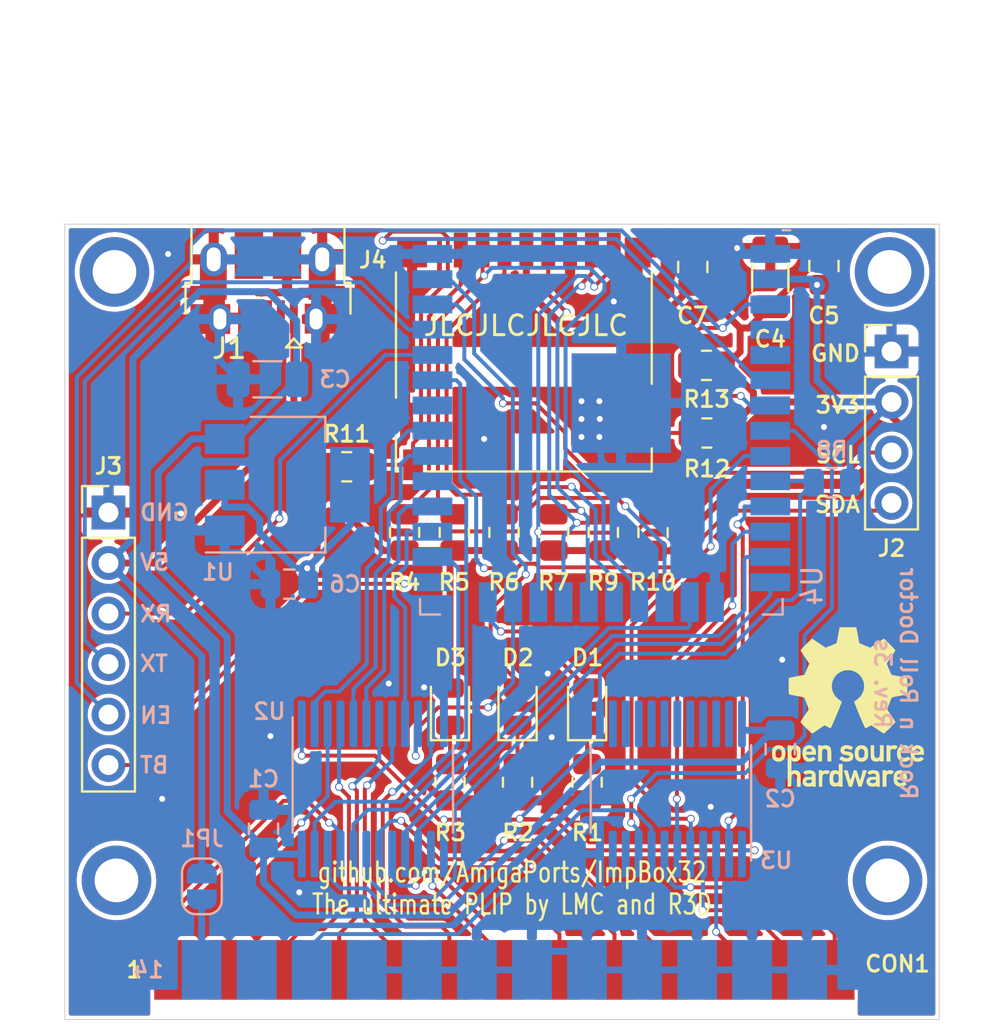
<source format=kicad_pcb>
(kicad_pcb (version 20211014) (generator pcbnew)
  (title_block (title "ImpBox32") (rev "1") (company "KaiN"))
  (layers (0 "F.Cu" signal) (31 "B.Cu" signal) (34 "B.Paste" user) (35 "F.Paste" user) (36 "B.SilkS" user "B.Silkscreen") (37 "F.SilkS" user "F.Silkscreen") (38 "B.Mask" user) (39 "F.Mask" user) (44 "Edge.Cuts" user))
  (net 0 "")
  (net 1 "+5V")
  (net 2 "GND")
  (net 3 "+3V3")
  (net 4 "Net-(CON1-Pad1)")
  (net 5 "Net-(CON1-Pad2)")
  (net 6 "Net-(CON1-Pad3)")
  (net 7 "Net-(CON1-Pad4)")
  (net 8 "Net-(CON1-Pad5)")
  (net 9 "Net-(CON1-Pad6)")
  (net 10 "Net-(CON1-Pad7)")
  (net 11 "Net-(CON1-Pad8)")
  (net 12 "Net-(CON1-Pad9)")
  (net 13 "Net-(CON1-Pad10)")
  (net 14 "Net-(CON1-Pad11)")
  (net 15 "Net-(CON1-Pad12)")
  (net 16 "Net-(CON1-Pad13)")
  (net 17 "AMI_5V")
  (net 19 "Net-(CON1-Pad16)")
  (net 20 "Net-(D1-Pad1)")
  (net 21 "LED_STATUS")
  (net 22 "Net-(D2-Pad1)")
  (net 23 "LED_STATUS2")
  (net 24 "Net-(D3-Pad1)")
  (net 28 "I2C_SCL")
  (net 29 "I2C_SDA")
  (net 30 "ESP_PRG_RX")
  (net 31 "ESP_PRG_TX")
  (net 32 "ESP_EN")
  (net 33 "ESP_BOOT")
  (net 34 "SD_D1")
  (net 35 "~{SD_DETECT2}")
  (net 36 "SD_D0")
  (net 37 "SD_CLK")
  (net 38 "SD_CMD")
  (net 39 "SD_D3")
  (net 40 "SD_D2")
  (net 41 "~{SD_DETECT1}")
  (net 42 "~{IO_EN}")
  (net 43 "D0")
  (net 44 "D1")
  (net 45 "D2")
  (net 46 "D3")
  (net 47 "D4")
  (net 48 "D5")
  (net 49 "D6")
  (net 50 "D7")
  (net 51 "~{STROBE}")
  (net 52 "~{ACK}")
  (net 53 "~{AMI_RESET}")
  (net 54 "SEL")
  (net 55 "POUT")
  (net 56 "BUSY")
  (footprint "Connector_PinHeader_2.54mm:PinHeader_1x04_P2.54mm_Vertical" (layer "F.Cu") (at 123.1 131.3)
    (fp_text reference "J2")
    (fp_text value "Conn_01x04_Male")
  )
  (footprint "Resistor_SMD:R_0805_2012Metric" (layer "F.Cu") (at 113.7875 132 180)
    (fp_text reference "R13")
    (fp_text value "10k")
  )
  (footprint "Resistor_SMD:R_0805_2012Metric" (layer "F.Cu") (at 106.1 140.4 90)
    (fp_text reference "R7")
    (fp_text value "10k")
  )
  (footprint "Resistor_SMD:R_0805_2012Metric" (layer "F.Cu") (at 108.6 140.4 90)
    (fp_text reference "R9")
    (fp_text value "10k")
  )
  (footprint "Resistor_SMD:R_0805_2012Metric" (layer "F.Cu") (at 104.2832 152.9639 -90)
    (fp_text reference "R2")
    (fp_text value "10k")
  )
  (footprint "Resistor_SMD:R_0805_2012Metric" (layer "F.Cu") (at 107.7832 152.9639 -90)
    (fp_text reference "R1")
    (fp_text value "10k")
  )
  (footprint "Resistor_SMD:R_0805_2012Metric" (layer "F.Cu") (at 98.6 140.4 90)
    (fp_text reference "R4")
    (fp_text value "10k")
  )
  (footprint "Resistor_SMD:R_0805_2012Metric" (layer "F.Cu") (at 100.8832 152.9639 -90)
    (fp_text reference "R3")
    (fp_text value "10k")
  )
  (footprint "Resistor_SMD:R_0805_2012Metric" (layer "F.Cu") (at 113.8125 135.4 180)
    (fp_text reference "R12")
    (fp_text value "10k")
  )
  (footprint "Resistor_SMD:R_0805_2012Metric" (layer "F.Cu") (at 95.6875 137.1)
    (fp_text reference "R11")
    (fp_text value "10k")
  )
  (footprint "Connector_PinHeader_2.54mm:PinHeader_1x06_P2.54mm_Vertical" (layer "F.Cu") (at 83.7 139.4)
    (fp_text reference "J3")
    (fp_text value "Conn_01x06_Male")
  )
  (footprint "plipesp:USB_Micro-B_Amphenol_10103594-0001LF_Horizontal" (layer "F.Cu") (at 91.7 127.785 180)
    (fp_text reference "J1")
    (fp_text value "USB_B_Micro")
  )
  (footprint "LED_SMD:LED_0805_2012Metric" (layer "F.Cu") (at 100.8832 149.1639 90)
    (fp_text reference "D3")
    (fp_text value "POWER")
  )
  (footprint "Resistor_SMD:R_0805_2012Metric" (layer "F.Cu") (at 103.6 140.4 90)
    (fp_text reference "R6")
    (fp_text value "10k")
  )
  (footprint "Resistor_SMD:R_0805_2012Metric" (layer "F.Cu") (at 111.1 140.4125 90)
    (fp_text reference "R10")
    (fp_text value "10k")
  )
  (footprint "Resistor_SMD:R_0805_2012Metric" (layer "F.Cu") (at 101.1 140.4 90)
    (fp_text reference "R5")
    (fp_text value "10k")
  )
  (footprint "LED_SMD:LED_0805_2012Metric" (layer "F.Cu") (at 104.2832 149.1639 90)
    (fp_text reference "D2")
    (fp_text value "STATUS2")
  )
  (footprint "Connector_Card:microSD_HC_Hirose_DM3D-SF" (layer "F.Cu") (at 104.6 131.55 180)
    (fp_text reference "J4")
    (fp_text value "Micro_SD_Card_Det")
  )
  (footprint "plipesp:d-sub25_edge" (layer "F.Cu") (at 87 162.4)
    (fp_text reference "CON1")
    (fp_text value "IEEEE-1284A")
  )
  (footprint "Capacitor_SMD:C_1206_3216Metric" (layer "F.Cu") (at 117 127.575 90)
    (fp_text reference "C4")
    (fp_text value "22uF")
  )
  (footprint "LED_SMD:LED_0805_2012Metric" (layer "F.Cu") (at 107.7832 149.1639 90)
    (fp_text reference "D1")
    (fp_text value "STATUS")
  )
  (footprint "Capacitor_SMD:C_0805_2012Metric" (layer "F.Cu") (at 113.1 127.05 90)
    (fp_text reference "C7")
    (fp_text value "100nF")
  )
  (footprint "Capacitor_SMD:C_0805_2012Metric" (layer "F.Cu") (at 119.7 127 90)
    (fp_text reference "C5")
    (fp_text value "100nF")
  )
  (footprint "plipesp:mounting_hole" (layer "F.Cu") (at 122.9 157.9)
    (fp_text reference "REF3" hide)
    (fp_text value "mounting_hole")
  )
  (footprint "plipesp:mounting_hole" (layer "F.Cu") (at 84.1 157.9)
    (fp_text reference "REF2" hide)
    (fp_text value "mounting_hole")
  )
  (footprint "plipesp:mounting_hole" (layer "F.Cu") (at 84 127.3)
    (fp_text reference "REF1" hide)
    (fp_text value "mounting_hole")
  )
  (footprint "Symbol:OSHW-Logo_7.5x8mm_SilkScreen" (layer "F.Cu") (at 120.9 149.173177)
    (fp_text reference "REF**" hide)
    (fp_text value "OSHW-Logo_7.5x8mm_SilkScreen" hide)
  )
  (footprint "plipesp:mounting_hole" (layer "F.Cu") (at 123 127.3)
    (fp_text reference "REF4" hide)
    (fp_text value "mounting_hole")
  )
  (footprint "plipesp:SO-universal-24_P0.65mm" (layer "B.Cu") (at 97 153.3 -90)
    (fp_text reference "U2")
    (fp_text value "CBTD3384")
  )
  (footprint "Package_TO_SOT_SMD:SOT-223-3_TabPin2" (layer "B.Cu") (at 92.7 138)
    (fp_text reference "U1")
    (fp_text value "AMS1117-3.3")
  )
  (footprint "plipesp:ESP32-WROOM-32" (layer "B.Cu") (at 108.5 134.65 180)
    (fp_text reference "U4")
    (fp_text value "ESP32-WROOM-32D")
  )
  (footprint "plipesp:SO-universal-24_P0.65mm" (layer "B.Cu") (at 112 153.3 90)
    (fp_text reference "U3")
    (fp_text value "CBTD3384")
  )
  (footprint "Jumper:SolderJumper-2_P1.3mm_Open_RoundedPad1.0x1.5mm" (layer "B.Cu") (at 88.4 158.2 90)
    (fp_text reference "JP1")
    (fp_text value "5V_HACK")
  )
  (footprint "Resistor_SMD:R_0805_2012Metric" (layer "B.Cu") (at 120.1 137.9 180)
    (fp_text reference "R8")
    (fp_text value "10k")
  )
  (footprint "Capacitor_SMD:C_0805_2012Metric" (layer "B.Cu") (at 117.5 151.3 -90)
    (fp_text reference "C2")
    (fp_text value "100nF")
  )
  (footprint "Capacitor_SMD:C_0805_2012Metric" (layer "B.Cu") (at 92.8 143 180)
    (fp_text reference "C6")
    (fp_text value "100nF")
  )
  (footprint "Capacitor_SMD:C_1206_3216Metric" (layer "B.Cu") (at 91.7 132.7 180)
    (fp_text reference "C3")
    (fp_text value "22uF")
  )
  (footprint "Capacitor_SMD:C_0805_2012Metric" (layer "B.Cu") (at 91.5 155.3 90)
    (fp_text reference "C1")
    (fp_text value "100nF")
  )
  (gr_line (start 81.5 164.9) (end 125.5 164.9) (layer "Edge.Cuts") (width 0.05))
  (gr_line (start 125.5 164.9) (end 125.5 124.9) (layer "Edge.Cuts") (width 0.05))
  (gr_line (start 81.5 124.9) (end 81.5 164.9) (layer "Edge.Cuts") (width 0.05))
  (gr_line (start 125.5 124.9) (end 81.5 124.9) (layer "Edge.Cuts") (width 0.05))
  (gr_text "BT" (at 85.2 152.1) (layer "B.SilkS") (effects (font (size 0.8 0.8)) (justify right mirror)))
  (gr_text "5V" (at 85.2 141.9) (layer "B.SilkS") (effects (font (size 0.8 0.8)) (justify right mirror)))
  (gr_text "GND" (at 85.2 139.4) (layer "B.SilkS") (effects (font (size 0.8 0.8)) (justify right mirror)))
  (gr_text "TX" (at 85.2 147) (layer "B.SilkS") (effects (font (size 0.8 0.8)) (justify right mirror)))
  (gr_text "RX" (at 85.2 144.5) (layer "B.SilkS") (effects (font (size 0.8 0.8)) (justify right mirror)))
  (gr_text "EN" (at 85.2 149.6) (layer "B.SilkS") (effects (font (size 0.8 0.8)) (justify right mirror)))
  (gr_text "Rock n Roll Doctor\nRev. 3s" (at 123.3 148 270) (layer "B.SilkS") (effects (font (size 0.8 0.8)) (justify mirror)))
  (gr_text "SDA" (at 121.6 139) (layer "F.SilkS") (effects (font (size 0.8 0.8)) (justify right)))
  (gr_text "github.com/AmigaPorts/ImpBox32\nThe ultimate PLIP by LMC and R3D" (at 104 158.3) (layer "F.SilkS") (effects (font (size 1 0.75) (thickness 0.125))))
  (gr_text "SCL" (at 121.6 136.5) (layer "F.SilkS") (effects (font (size 0.8 0.8)) (justify right)))
  (gr_text "3V3" (at 121.6 134) (layer "F.SilkS") (effects (font (size 0.8 0.8)) (justify right)))
  (gr_text "GND" (at 121.6 131.4) (layer "F.SilkS") (effects (font (size 0.8 0.8)) (justify right)))
  (gr_text "JLCJLCJLCJLC" (at 104.7 130) (layer "F.SilkS") (effects (font (size 1 1))))
  (segment (start 93.025 129.55) (end 93.025 134.88) (width 0.35) (layer "F.Cu") (net 1))
  (segment (start 85.965 141.94) (end 83.7 141.94) (width 0.35) (layer "F.Cu") (net 1))
  (segment (start 93.025 134.88) (end 85.965 141.94) (width 0.35) (layer "F.Cu") (net 1))
  (segment (start 108.4514 151.9486) (end 115.5514 151.9486) (width 0.35) (layer "B.Cu") (net 1))
  (segment (start 89.675 145.675) (end 89.675 154.425) (width 0.35) (layer "B.Cu") (net 1))
  (segment (start 91.709031 128.294031) (end 93.175 129.76) (width 0.35) (layer "B.Cu") (net 1))
  (segment (start 93.1433 159.6433) (end 100.7567 159.6433) (width 0.35) (layer "B.Cu") (net 1))
  (segment (start 100.7567 159.6433) (end 108.4514 151.9486) (width 0.35) (layer "B.Cu") (net 1))
  (segment (start 91.5 156.25) (end 91.5 158) (width 0.35) (layer "B.Cu") (net 1))
  (segment (start 86.2 137.4) (end 86.2 142.2) (width 0.35) (layer "B.Cu") (net 1))
  (segment (start 93.175 132.7) (end 90.175 135.7) (width 0.35) (layer "B.Cu") (net 1))
  (segment (start 88.4 146.64) (end 83.7 141.94) (width 0.35) (layer "B.Cu") (net 1))
  (segment (start 91.5 158) (end 93.1433 159.6433) (width 0.35) (layer "B.Cu") (net 1))
  (segment (start 88.4 157.55) (end 88.4 146.64) (width 0.35) (layer "B.Cu") (net 1))
  (segment (start 93.175 129.76) (end 93.175 132.7) (width 0.35) (layer "B.Cu") (net 1))
  (segment (start 88.290969 128.294031) (end 91.709031 128.294031) (width 0.35) (layer "B.Cu") (net 1))
  (segment (start 87.9 135.7) (end 86.2 137.4) (width 0.35) (layer "B.Cu") (net 1))
  (segment (start 89.675 154.425) (end 91.5 156.25) (width 0.35) (layer "B.Cu") (net 1))
  (segment (start 93.425 156.575) (end 91.825 156.575) (width 0.35) (layer "B.Cu") (net 1))
  (segment (start 83.7 141.94) (end 84.924511 140.715489) (width 0.35) (layer "B.Cu") (net 1))
  (segment (start 115.5514 151.9486) (end 117.15 150.35) (width 0.35) (layer "B.Cu") (net 1))
  (segment (start 86.2 142.2) (end 89.675 145.675) (width 0.35) (layer "B.Cu") (net 1))
  (segment (start 89.55 135.7) (end 87.9 135.7) (width 0.35) (layer "B.Cu") (net 1))
  (segment (start 117.5 150.35) (end 115.575 150.35) (width 0.35) (layer "B.Cu") (net 1))
  (segment (start 84.924511 140.715489) (end 84.924511 131.660489) (width 0.35) (layer "B.Cu") (net 1))
  (segment (start 84.924511 131.660489) (end 88.290969 128.294031) (width 0.35) (layer "B.Cu") (net 1))
  (segment (start 107.6077 155.0725) (end 107.712222 155.177022) (width 0.35) (layer "F.Cu") (net 2))
  (segment (start 97.1275 150.6427) (end 97.2044 150.5658) (width 0.35) (layer "F.Cu") (net 2))
  (segment (start 106.925 128.3094) (end 107.2435 128.6279) (width 0.35) (layer "F.Cu") (net 2))
  (segment (start 94.455 127.785) (end 93.9299 127.785) (width 0.35) (layer "F.Cu") (net 2))
  (segment (start 104.2832 153.8764) (end 107.4322 153.8764) (width 0.35) (layer "F.Cu") (net 2))
  (segment (start 87.3514 139.4458) (end 87.3514 133.8414) (width 0.35) (layer "F.Cu") (net 2))
  (segment (start 93.9299 127.785) (end 94.455 128.3101) (width 0.35) (layer "F.Cu") (net 2))
  (segment (start 108.4197 133.8197) (end 108.4 133.8) (width 0.35) (layer "F.Cu") (net 2))
  (segment (start 91.85 150.6427) (end 97.1275 150.6427) (width 0.35) (layer "F.Cu") (net 2))
  (segment (start 110.325 126.325) (end 110.325 127.4503) (width 0.35) (layer "F.Cu") (net 2))
  (segment (start 107.6077 154.0519) (end 107.6077 155.0725) (width 0.35) (layer "F.Cu") (net 2))
  (segment (start 90.3153 126.4) (end 90.0453 126.67) (width 0.35) (layer "F.Cu") (net 2))
  (segment (start 110.3019 127.4503) (end 110.325 127.4503) (width 0.35) (layer "F.Cu") (net 2))
  (segment (start 98.625 132.3847) (end 98.625 134.575) (width 0.35) (layer "F.Cu") (net 2))
  (segment (start 121.45 129.65) (end 120.79952 128.99952) (width 0.35) (layer "F.Cu") (net 2))
  (segment (start 108.4 133.8) (end 107.5 133.8) (width 0.35) (layer "F.Cu") (net 2))
  (segment (start 109.1869 133.925) (end 110.575 133.925) (width 0.35) (layer "F.Cu") (net 2))
  (segment (start 120.79952 127.14952) (end 119.7 126.05) (width 0.35) (layer "F.Cu") (net 2))
  (segment (start 107.5 133.8) (end 107.5 134.7) (width 0.35) (layer "F.Cu") (net 2))
  (segment (start 90.425 129.55) (end 89.425 129.55) (width 0.35) (layer "F.Cu") (net 2))
  (segment (start 88.825 128.45) (end 88.825 129.67) (width 0.35) (layer "F.Cu") (net 2))
  (segment (start 93.9299 126.67) (end 93.4047 126.67) (width 0.35) (layer "F.Cu") (net 2))
  (segment (start 94.575 129.65) (end 95.8903 129.65) (width 0.35) (layer "F.Cu") (net 2))
  (segment (start 123.1 129.8) (end 122.95 129.65) (width 0.35) (layer "F.Cu") (net 2))
  (segment (start 123.1 131.3) (end 123.1 129.8) (width 0.35) (layer "F.Cu") (net 2))
  (segment (start 106.925 126.2) (end 106.925 128.3094) (width 0.35) (layer "F.Cu") (net 2))
  (segment (start 100.8832 153.8764) (end 104.2832 153.8764) (width 0.35) (layer "F.Cu") (net 2))
  (segment (start 108.4 135.6) (end 108.4197 135.623325) (width 0.35) (layer "F.Cu") (net 2))
  (segment (start 119.65 126.1) (end 117 126.1) (width 0.35) (layer "F.Cu") (net 2))
  (segment (start 113.1 126.1) (end 115.3297 126.1) (width 0.35) (layer "F.Cu") (net 2))
  (segment (start 83.7 139.4) (end 87.3056 139.4) (width 0.35) (layer "F.Cu") (net 2))
  (segment (start 87.3514 133.8414) (end 89.305 131.8878) (width 0.35) (layer "F.Cu") (net 2))
  (segment (start 90.765 126.4) (end 92.685 126.4) (width 0.35) (layer "F.Cu") (net 2))
  (segment (start 94.575 128.45) (end 94.575 129.65) (width 0.35) (layer "F.Cu") (net 2))
  (segment (start 108.4197 134.6922) (end 109.1869 133.925) (width 0.35) (layer "F.Cu") (net 2))
  (segment (start 107.5 134.7) (end 107.5 135.6) (width 0.35) (layer "F.Cu") (net 2))
  (segment (start 108.4197 134.6922) (end 108.4197 135.5803) (width 0.35) (layer "F.Cu") (net 2))
  (segment (start 93.1347 126.4) (end 93.4047 126.67) (width 0.35) (layer "F.Cu") (net 2))
  (segment (start 89.305 131.8878) (end 89.305 129.67) (width 0.35) (layer "F.Cu") (net 2))
  (segment (start 95.8903 129.65) (end 98.625 132.3847) (width 0.35) (layer "F.Cu") (net 2))
  (segment (start 110.325 126.325) (end 112.875 126.325) (width 0.35) (layer "F.Cu") (net 2))
  (segment (start 122.95 129.65) (end 121.45 129.65) (width 0.35) (layer "F.Cu") (net 2))
  (segment (start 100.515 153.8764) (end 97.2044 150.5658) (width 0.35) (layer "F.Cu") (net 2))
  (segment (start 108.4 134.6725) (end 108.4197 134.6922) (width 0.35) (layer "F.Cu") (net 2))
  (segment (start 88.995 126.67) (end 90.0453 126.67) (width 0.35) (layer "F.Cu") (net 2))
  (segment (start 117 126.1) (end 115.3297 126.1) (width 0.35) (layer "F.Cu") (net 2))
  (segment (start 87.3056 139.4) (end 87.3514 139.4458) (width 0.35) (layer "F.Cu") (net 2))
  (segment (start 97.2044 150.5658) (end 99.5786 148.1916) (width 0.35) (layer "F.Cu") (net 2))
  (segment (start 98.975 126.325) (end 94.8 126.325) (width 0.35) (layer "F.Cu") (net 2))
  (segment (start 109.1243 128.7866) (end 109.1243 128.6279) (width 0.35) (layer "F.Cu") (net 2))
  (segment (start 88.995 127.785) (end 88.995 128.695) (width 0.35) (layer "F.Cu") (net 2))
  (segment (start 120.79952 128.99952) (end 120.79952 127.14952) (width 0.35) (layer "F.Cu") (net 2))
  (segment (start 108.4 133.8) (end 108.4 134.6725) (width 0.35) (layer "F.Cu") (net 2))
  (segment (start 107.2435 128.6279) (end 109.1243 128.6279) (width 0.35) (layer "F.Cu") (net 2))
  (segment (start 107.5 135.6) (end 108.4 135.6) (width 0.35) (layer "F.Cu") (net 2))
  (segment (start 109.1243 128.6279) (end 110.3019 127.4503) (width 0.35) (layer "F.Cu") (net 2))
  (segment (start 108.4197 135.5803) (end 108.4 135.6) (width 0.35) (layer "F.Cu") (net 2))
  (via (at 107.712222 155.177022) (size 0.8) (drill 0.3) (layers "F.Cu" "B.Cu") (net 2))
  (via (at 117.6 146.8) (size 0.4) (drill 0.3) (layers "F.Cu" "B.Cu") (net 2))
  (via (at 99.5786 148.1916) (size 0.8) (drill 0.3) (layers "F.Cu" "B.Cu") (net 2))
  (via (at 107.5 133.8) (size 0.8) (drill 0.3) (layers "F.Cu" "B.Cu") (net 2))
  (via (at 102.6 135.7) (size 0.4) (drill 0.3) (layers "F.Cu" "B.Cu") (net 2))
  (via (at 91.85 150.6427) (size 0.8) (drill 0.3) (layers "F.Cu" "B.Cu") (net 2))
  (via (at 97.8 148) (size 0.4) (drill 0.3) (layers "F.Cu" "B.Cu") (net 2))
  (via (at 109.1243 128.7866) (size 0.8) (drill 0.3) (layers "F.Cu" "B.Cu") (net 2))
  (via (at 107.5 134.7) (size 0.8) (drill 0.3) (layers "F.Cu" "B.Cu") (net 2))
  (via (at 86.4 153.8) (size 0.4) (drill 0.3) (layers "F.Cu" "B.Cu") (net 2))
  (via (at 105.8 147.5) (size 0.4) (drill 0.3) (layers "F.Cu" "B.Cu") (net 2))
  (via (at 119.7 135.1) (size 0.4) (drill 0.3) (layers "F.Cu" "B.Cu") (net 2))
  (via (at 108.4197 134.6922) (size 0.8) (drill 0.3) (layers "F.Cu" "B.Cu") (net 2))
  (via (at 107.5 135.6) (size 0.8) (drill 0.3) (layers "F.Cu" "B.Cu") (net 2))
  (via (at 114 154.2) (size 0.4) (drill 0.3) (layers "F.Cu" "B.Cu") (net 2))
  (via (at 108.4 133.8) (size 0.8) (drill 0.3) (layers "F.Cu" "B.Cu") (net 2))
  (via (at 87.3514 139.4458) (size 0.8) (drill 0.3) (layers "F.Cu" "B.Cu") (net 2))
  (via (at 115.3297 126.1) (size 0.8) (drill 0.3) (layers "F.Cu" "B.Cu") (net 2))
  (via (at 86.7 126.4) (size 0.4) (drill 0.3) (layers "F.Cu" "B.Cu") (net 2))
  (via (at 93.3 158.5) (size 0.4) (drill 0.3) (layers "F.Cu" "B.Cu") (net 2))
  (via (at 108.4 135.6) (size 0.8) (drill 0.3) (layers "F.Cu" "B.Cu") (net 2))
  (via (at 106 150.7) (size 0.4) (drill 0.3) (layers "F.Cu" "B.Cu") (net 2))
  (segment (start 107.8926 126.395) (end 100 126.395) (width 0.35) (layer "B.Cu") (net 2))
  (segment (start 88.1747 140.3) (end 88.1747 140.2691) (width 0.35) (layer "B.Cu") (net 2))
  (segment (start 89.55 140.3) (end 88.1747 140.3) (width 0.35) (layer "B.Cu") (net 2))
  (segment (start 110.545 162.4) (end 107.775 162.4) (width 0.35) (layer "B.Cu") (net 2))
  (segment (start 113.315 162.4) (end 110.545 162.4) (width 0.35) (layer "B.Cu") (net 2))
  (segment (start 115.6247 126.395) (end 115.3297 126.1) (width 0.35) (layer "B.Cu") (net 2))
  (segment (start 109.1243 128.7866) (end 109.1381 128.7728) (width 0.35) (layer "B.Cu") (net 2))
  (segment (start 109.5 131.0197) (end 109.1243 130.644) (width 0.35) (layer "B.Cu") (net 2))
  (segment (start 89.305 129.67) (end 89.305 131.78) (width 0.35) (layer "B.Cu") (net 2))
  (segment (start 100.575 148.7889) (end 99.9777 148.1916) (width 0.35) (layer "B.Cu") (net 2))
  (segment (start 116.085 162.4) (end 118.855 162.4) (width 0.35) (layer "B.Cu") (net 2))
  (segment (start 108.5 136.8147) (end 114.215 142.5297) (width 0.35) (layer "B.Cu") (net 2))
  (segment (start 100 126.395) (end 94.73 126.395) (width 0.35) (layer "B.Cu") (net 2))
  (segment (start 109.1243 130.644) (end 109.1243 128.7866) (width 0.35) (layer "B.Cu") (net 2))
  (segment (start 118.855 162.4) (end 118.855 153.605) (width 0.35) (layer "B.Cu") (net 2))
  (segment (start 89.55 141.4253) (end 90.2753 141.4253) (width 0.35) (layer "B.Cu") (net 2))
  (segment (start 107.775 161.4623) (end 105.005 161.4623) (width 0.35) (layer "B.Cu") (net 2))
  (segment (start 99.465 162.4) (end 102.235 162.4) (width 0.35) (layer "B.Cu") (net 2))
  (segment (start 91.85 150.6427) (end 91.5 150.9927) (width 0.35) (layer "B.Cu") (net 2))
  (segment (start 100.575 150.025) (end 100.575 148.7889) (width 0.35) (layer "B.Cu") (net 2))
  (segment (start 114.215 142.5297) (end 114.215 143.905) (width 0.35) (layer "B.Cu") (net 2))
  (segment (start 108.425 159.975) (end 107.775 160.625) (width 0.35) (layer "B.Cu") (net 2))
  (segment (start 113.315 162.4) (end 116.085 162.4) (width 0.35) (layer "B.Cu") (net 2))
  (segment (start 90.2753 141.4253) (end 91.85 143) (width 0.35) (layer "B.Cu") (net 2))
  (segment (start 99.9777 148.1916) (end 99.5786 148.1916) (width 0.35) (layer "B.Cu") (net 2))
  (segment (start 118.855 153.605) (end 117.5 152.25) (width 0.35) (layer "B.Cu") (net 2))
  (segment (start 109.1381 127.6405) (end 107.8926 126.395) (width 0.35) (layer "B.Cu") (net 2))
  (segment (start 108.4 135.6) (end 108.5 136.8147) (width 0.35) (layer "B.Cu") (net 2))
  (segment (start 108.425 155.8898) (end 107.712222 155.177022) (width 0.35) (layer "B.Cu") (net 2))
  (segment (start 96.695 162.4) (end 99.465 162.4) (width 0.35) (layer "B.Cu") (net 2))
  (segment (start 89.55 140.3) (end 89.55 141.4253) (width 0.35) (layer "B.Cu") (net 2))
  (segment (start 108.425 156.575) (end 108.425 159.975) (width 0.35) (layer "B.Cu") (net 2))
  (segment (start 109.1381 128.7728) (end 109.1381 127.6405) (width 0.35) (layer "B.Cu") (net 2))
  (segment (start 88.1747 140.2691) (end 87.3514 139.4458) (width 0.35) (layer "B.Cu") (net 2))
  (segment (start 117 126.395) (end 115.6247 126.395) (width 0.35) (layer "B.Cu") (net 2))
  (segment (start 102.235 162.4) (end 105.005 162.4) (width 0.35) (layer "B.Cu") (net 2))
  (segment (start 91.85 143) (end 91.85 150.6427) (width 0.35) (layer "B.Cu") (net 2))
  (segment (start 89.305 131.78) (end 90.225 132.7) (width 0.35) (layer "B.Cu") (net 2))
  (segment (start 91.5 150.9927) (end 91.5 154.35) (width 0.35) (layer "B.Cu") (net 2))
  (segment (start 107.775 160.625) (end 107.775 162.4) (width 0.35) (layer "B.Cu") (net 2))
  (segment (start 109.5 133.895) (end 109.5 131.0197) (width 0.35) (layer "B.Cu") (net 2))
  (segment (start 111.1779 129.9221) (end 113.1 128) (width 0.35) (layer "F.Cu") (net 3))
  (segment (start 115.4808 130.1203) (end 115.9297 130.1203) (width 0.35) (layer "F.Cu") (net 3))
  (segment (start 115.4808 131.3101) (end 114.7909 132) (width 0.35) (layer "F.Cu") (net 3))
  (segment (start 111.0938 141.3125) (end 108.6 141.3125) (width 0.35) (layer "F.Cu") (net 3))
  (segment (start 100.8832 141.3125) (end 100.8832 148.2264) (width 0.35) (layer "F.Cu") (net 3))
  (segment (start 106.1 141.3125) (end 103.6 141.3125) (width 0.35) (layer "F.Cu") (net 3))
  (segment (start 115.9297 130.1203) (end 117 129.05) (width 0.35) (layer "F.Cu") (net 3))
  (segment (start 114.713 138.587) (end 111.975 141.325) (width 0.35) (layer "F.Cu") (net 3))
  (segment (start 116.1521 133.84) (end 123.1 133.84) (width 0.35) (layer "F.Cu") (net 3))
  (segment (start 116.1521 133.9729) (end 116.1521 133.84) (width 0.35) (layer "F.Cu") (net 3))
  (segment (start 123.1 133.84) (end 123.1 134.5575) (width 0.35) (layer "F.Cu") (net 3))
  (segment (start 115.4808 130.1203) (end 115.4808 131.3101) (width 0.35) (layer "F.Cu") (net 3))
  (segment (start 94.1988 139.1376) (end 94.1988 141.7012) (width 0.35) (layer "F.Cu") (net 3))
  (segment (start 94.775 138.5614) (end 97.5261 141.3125) (width 0.35) (layer "F.Cu") (net 3))
  (segment (start 104.725 126.2) (end 104.725 128.1867) (width 0.35) (layer "F.Cu") (net 3))
  (segment (start 119.35 127.95) (end 118.1 127.95) (width 0.35) (layer "F.Cu") (net 3))
  (segment (start 123.1 134.5575) (end 124.3637 135.8212) (width 0.35) (layer "F.Cu") (net 3))
  (segment (start 123.5873 137.65) (end 122.4698 137.65) (width 0.35) (layer "F.Cu") (net 3))
  (segment (start 118.1 127.95) (end 117 129.05) (width 0.35) (layer "F.Cu") (net 3))
  (segment (start 94.1988 141.7012) (end 93.7 142.2) (width 0.35) (layer "F.Cu") (net 3))
  (segment (start 121.5328 138.587) (end 114.713 138.587) (width 0.35) (layer "F.Cu") (net 3))
  (segment (start 114.725 135.4) (end 116.1521 133.9729) (width 0.35) (layer "F.Cu") (net 3))
  (segment (start 116.1521 133.84) (end 116.1521 133.3612) (width 0.35) (layer "F.Cu") (net 3))
  (segment (start 97.5261 141.3125) (end 98.6 141.3125) (width 0.35) (layer "F.Cu") (net 3))
  (segment (start 122.4698 137.65) (end 121.5328 138.587) (width 0.35) (layer "F.Cu") (net 3))
  (segment (start 106.4604 129.9221) (end 111.1779 129.9221) (width 0.35) (layer "F.Cu") (net 3))
  (segment (start 116.1521 133.3612) (end 114.7909 132) (width 0.35) (layer "F.Cu") (net 3))
  (segment (start 111.975 141.325) (end 111.1 141.325) (width 0.35) (layer "F.Cu") (net 3))
  (segment (start 98.6 141.3125) (end 100.8832 141.3125) (width 0.35) (layer "F.Cu") (net 3))
  (segment (start 94.775 138.5614) (end 94.1988 139.1376) (width 0.35) (layer "F.Cu") (net 3))
  (segment (start 104.725 128.1867) (end 106.4604 129.9221) (width 0.35) (layer "F.Cu") (net 3))
  (segment (start 94.775 137.1) (end 94.775 138.5614) (width 0.35) (layer "F.Cu") (net 3))
  (segment (start 101.1 141.3125) (end 103.6 141.3125) (width 0.35) (layer "F.Cu") (net 3))
  (segment (start 124.3637 136.8736) (end 123.5873 137.65) (width 0.35) (layer "F.Cu") (net 3))
  (segment (start 124.3637 135.8212) (end 124.3637 136.8736) (width 0.35) (layer "F.Cu") (net 3))
  (segment (start 106.1 141.3125) (end 108.6 141.3125) (width 0.35) (layer "F.Cu") (net 3))
  (segment (start 115.4808 130.1203) (end 113.3605 128) (width 0.35) (layer "F.Cu") (net 3))
  (via (at 119.35 127.95) (size 0.8) (drill 0.3) (layers "F.Cu" "B.Cu") (net 3))
  (via (at 93.7 142.2) (size 0.8) (drill 0.3) (layers "F.Cu" "B.Cu") (net 3))
  (segment (start 89.55 139.1253) (end 90.6753 139.1253) (width 0.35) (layer "B.Cu") (net 3))
  (segment (start 93.7 142.2) (end 93.0976 142.2) (width 0.35) (layer "B.Cu") (net 3))
  (segment (start 95.85 138) (end 95.85 140.05) (width 0.35) (layer "B.Cu") (net 3))
  (segment (start 123.1 133.84) (end 121.0125 135.9275) (width 0.35) (layer "B.Cu") (net 3))
  (segment (start 121.0125 135.9275) (end 121.0125 137.9) (width 0.35) (layer "B.Cu") (net 3))
  (segment (start 119.065 127.665) (end 119.35 127.95) (width 0.35) (layer "B.Cu") (net 3))
  (segment (start 119.35 132.75) (end 119.35 127.95) (width 0.35) (layer "B.Cu") (net 3))
  (segment (start 117 127.665) (end 119.065 127.665) (width 0.35) (layer "B.Cu") (net 3))
  (segment (start 95.85 140.05) (end 93.7 142.2) (width 0.35) (layer "B.Cu") (net 3))
  (segment (start 120.44 133.84) (end 119.35 132.75) (width 0.35) (layer "B.Cu") (net 3))
  (segment (start 91.3116 139.7616) (end 91.3116 140.414) (width 0.35) (layer "B.Cu") (net 3))
  (segment (start 90.6753 139.1253) (end 91.3116 139.7616) (width 0.35) (layer "B.Cu") (net 3))
  (segment (start 89.55 138) (end 89.55 139.1253) (width 0.35) (layer "B.Cu") (net 3))
  (segment (start 91.3116 140.414) (end 93.0976 142.2) (width 0.35) (layer "B.Cu") (net 3))
  (segment (start 93.7 142.2) (end 93.7 142.95) (width 0.35) (layer "B.Cu") (net 3))
  (segment (start 123.1 133.84) (end 120.44 133.84) (width 0.35) (layer "B.Cu") (net 3))
  (segment (start 93.7 153.9) (end 92.5 153.9) (width 0.2) (layer "F.Cu") (net 4))
  (segment (start 94.8 155) (end 93.7 153.9) (width 0.2) (layer "F.Cu") (net 4))
  (segment (start 92.5 153.9) (end 87 159.4) (width 0.2) (layer "F.Cu") (net 4))
  (segment (start 87 159.4) (end 87 162.4) (width 0.2) (layer "F.Cu") (net 4))
  (via (at 94.8 155) (size 0.4) (drill 0.3) (layers "F.Cu" "B.Cu") (net 4))
  (segment (start 95.375 156.575) (end 95.375 155.484994) (width 0.2) (layer "B.Cu") (net 4))
  (segment (start 94.890006 155) (end 94.8 155) (width 0.2) (layer "B.Cu") (net 4))
  (segment (start 95.375 155.484994) (end 94.890006 155) (width 0.2) (layer "B.Cu") (net 4))
  (segment (start 89.77 162.4) (end 89.77 158.63) (width 0.2) (layer "F.Cu") (net 5))
  (segment (start 89.77 158.63) (end 93.4 155) (width 0.2) (layer "F.Cu") (net 5))
  (via (at 93.4 155) (size 0.4) (drill 0.3) (layers "F.Cu" "B.Cu") (net 5))
  (segment (start 94.725 153.675) (end 94.725 150.025) (width 0.2) (layer "B.Cu") (net 5))
  (segment (start 93.4 155) (end 94.725 153.675) (width 0.2) (layer "B.Cu") (net 5))
  (segment (start 95.3 153.2) (end 95.8 153.7) (width 0.2) (layer "F.Cu") (net 6))
  (segment (start 95.8 153.7) (end 95.8 159.1) (width 0.2) (layer "F.Cu") (net 6))
  (segment (start 95.8 159.1) (end 94.55 160.35) (width 0.2) (layer "F.Cu") (net 6))
  (segment (start 94.55 160.35) (end 93.45 160.35) (width 0.2) (layer "F.Cu") (net 6))
  (segment (start 93.45 160.35) (end 92.54 161.26) (width 0.2) (layer "F.Cu") (net 6))
  (via (at 95.3 153.2) (size 0.4) (drill 0.3) (layers "F.Cu" "B.Cu") (net 6))
  (segment (start 95.3 153.2) (end 95.3 150.1) (width 0.2) (layer "B.Cu") (net 6))
  (segment (start 96.2 159.7097) (end 95.31 160.5997) (width 0.2) (layer "F.Cu") (net 7))
  (segment (start 96.2 153.393599) (end 96.2 159.7097) (width 0.2) (layer "F.Cu") (net 7))
  (segment (start 95.31 160.5997) (end 95.31 162.4) (width 0.2) (layer "F.Cu") (net 7))
  (segment (start 95.966801 153.1604) (end 96.2 153.393599) (width 0.2) (layer "F.Cu") (net 7))
  (via (at 95.966801 153.1604) (size 0.4) (drill 0.3) (layers "F.Cu" "B.Cu") (net 7))
  (segment (start 97.325 150.025) (end 97.325 151.802201) (width 0.2) (layer "B.Cu") (net 7))
  (segment (start 97.325 151.802201) (end 95.966801 153.1604) (width 0.2) (layer "B.Cu") (net 7))
  (segment (start 96.716801 153.183199) (end 96.6 153.3) (width 0.2) (layer "F.Cu") (net 8))
  (segment (start 96.6 153.3) (end 96.6 159.9) (width 0.2) (layer "F.Cu") (net 8))
  (segment (start 96.6 159.9) (end 98.08 161.38) (width 0.2) (layer "F.Cu") (net 8))
  (segment (start 96.716801 153.116801) (end 96.716801 153.183199) (width 0.2) (layer "F.Cu") (net 8))
  (via (at 96.716801 153.116801) (size 0.4) (drill 0.3) (layers "F.Cu" "B.Cu") (net 8))
  (segment (start 97.975 150.025) (end 97.975 151.858602) (width 0.2) (layer "B.Cu") (net 8))
  (segment (start 97.975 151.858602) (end 96.716801 153.116801) (width 0.2) (layer "B.Cu") (net 8))
  (segment (start 100.47515 160.22485) (end 100.85 160.5997) (width 0.2) (layer "F.Cu") (net 9))
  (segment (start 97.5 153.9276) (end 97.5 159.1) (width 0.2) (layer "F.Cu") (net 9))
  (segment (start 100.85 160.5997) (end 100.85 162.4) (width 0.2) (layer "F.Cu") (net 9))
  (segment (start 98.62485 160.22485) (end 100.47515 160.22485) (width 0.2) (layer "F.Cu") (net 9))
  (segment (start 97.9838 153.4438) (end 97.5 153.9276) (width 0.2) (layer "F.Cu") (net 9))
  (segment (start 97.5 159.1) (end 98.62485 160.22485) (width 0.2) (layer "F.Cu") (net 9))
  (via (at 97.9838 153.4438) (size 0.4) (drill 0.3) (layers "F.Cu" "B.Cu") (net 9))
  (segment (start 98.0996 153.4438) (end 97.9838 153.4438) (width 0.2) (layer "B.Cu") (net 9))
  (segment (start 99.925 150.025) (end 99.925 151.6184) (width 0.2) (layer "B.Cu") (net 9))
  (segment (start 99.925 151.6184) (end 98.0996 153.4438) (width 0.2) (layer "B.Cu") (net 9))
  (segment (start 103.62 161.7946) (end 100.0007 158.1753) (width 0.2) (layer "F.Cu") (net 10))
  (via (at 100.0007 158.1753) (size 0.4) (drill 0.3) (layers "F.Cu" "B.Cu") (net 10))
  (segment (start 100.0007 156.6507) (end 100.0007 158.1753) (width 0.2) (layer "B.Cu") (net 10))
  (segment (start 105.94515 160.15485) (end 106.39 160.5997) (width 0.2) (layer "F.Cu") (net 11))
  (segment (start 99.1565 158.1643) (end 99.6515 157.6693) (width 0.2) (layer "F.Cu") (net 11))
  (segment (start 99.6515 157.6693) (end 100.3693 157.6693) (width 0.2) (layer "F.Cu") (net 11))
  (segment (start 102.85485 160.15485) (end 105.94515 160.15485) (width 0.2) (layer "F.Cu") (net 11))
  (segment (start 100.3693 157.6693) (end 102.85485 160.15485) (width 0.2) (layer "F.Cu") (net 11))
  (segment (start 106.39 160.5997) (end 106.39 162.4) (width 0.2) (layer "F.Cu") (net 11))
  (via (at 99.1565 158.1643) (size 0.4) (drill 0.3) (layers "F.Cu" "B.Cu") (net 11))
  (segment (start 97.975 156.575) (end 97.975 157.7387) (width 0.2) (layer "B.Cu") (net 11))
  (segment (start 98.4006 158.1643) (end 99.1565 158.1643) (width 0.2) (layer "B.Cu") (net 11))
  (segment (start 97.975 157.7387) (end 98.4006 158.1643) (width 0.2) (layer "B.Cu") (net 11))
  (segment (start 104.3571 156.8393) (end 100.3607 156.8393) (width 0.2) (layer "F.Cu") (net 12))
  (segment (start 109.16 162.4) (end 109.16 160.5997) (width 0.2) (layer "F.Cu") (net 12))
  (segment (start 109.16 160.5997) (end 107.0603 158.5) (width 0.2) (layer "F.Cu") (net 12))
  (segment (start 100.3607 156.8393) (end 98.4225 154.9011) (width 0.2) (layer "F.Cu") (net 12))
  (segment (start 107.0603 158.5) (end 106.0178 158.5) (width 0.2) (layer "F.Cu") (net 12))
  (segment (start 106.0178 158.5) (end 104.3571 156.8393) (width 0.2) (layer "F.Cu") (net 12))
  (via (at 98.4225 154.9011) (size 0.4) (drill 0.3) (layers "F.Cu" "B.Cu") (net 12))
  (segment (start 97.907 154.9011) (end 98.4225 154.9011) (width 0.2) (layer "B.Cu") (net 12))
  (segment (start 97.325 155.4831) (end 97.907 154.9011) (width 0.2) (layer "B.Cu") (net 12))
  (segment (start 97.325 156.575) (end 97.325 155.4831) (width 0.2) (layer "B.Cu") (net 12))
  (segment (start 103.6 155.9) (end 105.4 155.9) (width 0.2) (layer "F.Cu") (net 13))
  (segment (start 106.7 157.2) (end 107.23 157.2) (width 0.2) (layer "F.Cu") (net 13))
  (segment (start 107.23 157.2) (end 111.93 161.9) (width 0.2) (layer "F.Cu") (net 13))
  (segment (start 105.4 155.9) (end 106.7 157.2) (width 0.2) (layer "F.Cu") (net 13))
  (via (at 103.6 155.9) (size 0.4) (drill 0.3) (layers "F.Cu" "B.Cu") (net 13))
  (segment (start 103.6 155.987534) (end 103.6 155.9) (width 0.2) (layer "B.Cu") (net 13))
  (segment (start 100.460834 159.1267) (end 103.6 155.987534) (width 0.2) (layer "B.Cu") (net 13))
  (segment (start 94.725 156.575) (end 94.725 157.665006) (width 0.2) (layer "B.Cu") (net 13))
  (segment (start 96.7 158.3) (end 97.5267 159.1267) (width 0.2) (layer "B.Cu") (net 13))
  (segment (start 95.359994 158.3) (end 96.7 158.3) (width 0.2) (layer "B.Cu") (net 13))
  (segment (start 97.5267 159.1267) (end 100.460834 159.1267) (width 0.2) (layer "B.Cu") (net 13))
  (segment (start 94.725 157.665006) (end 95.359994 158.3) (width 0.2) (layer "B.Cu") (net 13))
  (segment (start 114.7 162.4) (end 114.7 160.9063) (width 0.2) (layer "F.Cu") (net 14))
  (segment (start 114.7 160.9063) (end 114.275 160.4813) (width 0.2) (layer "F.Cu") (net 14))
  (via (at 114.275 160.4813) (size 0.4) (drill 0.3) (layers "F.Cu" "B.Cu") (net 14))
  (segment (start 114.275 156.575) (end 114.275 160.4813) (width 0.2) (layer "B.Cu") (net 14))
  (segment (start 113.6 159.4) (end 115.9 159.4) (width 0.2) (layer "F.Cu") (net 15))
  (segment (start 117.47 160.97) (end 117.47 162.4) (width 0.2) (layer "F.Cu") (net 15))
  (segment (start 115.9 159.4) (end 117.47 160.97) (width 0.2) (layer "F.Cu") (net 15))
  (via (at 113.6 159.4) (size 0.4) (drill 0.3) (layers "F.Cu" "B.Cu") (net 15))
  (segment (start 113.625 156.575) (end 113.6 159.4) (width 0.2) (layer "B.Cu") (net 15))
  (segment (start 120.24 162.4) (end 120.24 160.5997) (width 0.2) (layer "F.Cu") (net 16))
  (segment (start 112.9833 158.2486) (end 117.8889 158.2486) (width 0.2) (layer "F.Cu") (net 16))
  (segment (start 117.8889 158.2486) (end 120.24 160.5997) (width 0.2) (layer "F.Cu") (net 16))
  (via (at 112.9833 158.2486) (size 0.4) (drill 0.3) (layers "F.Cu" "B.Cu") (net 16))
  (segment (start 112.2223 158.2486) (end 112.9833 158.2486) (width 0.2) (layer "B.Cu") (net 16))
  (segment (start 111.675 156.575) (end 111.675 157.7013) (width 0.2) (layer "B.Cu") (net 16))
  (segment (start 111.675 157.7013) (end 112.2223 158.2486) (width 0.2) (layer "B.Cu") (net 16))
  (segment (start 88.385 158.865) (end 88.385 162.4) (width 0.35) (layer "B.Cu") (net 17))
  (segment (start 111.025 156.575) (end 111.025 155.2733) (width 0.2) (layer "B.Cu") (net 19))
  (segment (start 111.025 155.2733) (end 110.1231 154.3714) (width 0.2) (layer "B.Cu") (net 19))
  (segment (start 93.925 161.175) (end 94.5 160.6) (width 0.2) (layer "B.Cu") (net 19))
  (segment (start 110.1231 154.3714) (end 107.5286 154.3714) (width 0.2) (layer "B.Cu") (net 19))
  (segment (start 107.5286 154.3714) (end 101.3 160.6) (width 0.2) (layer "B.Cu") (net 19))
  (segment (start 94.5 160.6) (end 101.3 160.6) (width 0.2) (layer "B.Cu") (net 19))
  (segment (start 107.7832 150.1014) (end 107.7832 152.0514) (width 0.2) (layer "F.Cu") (net 20))
  (segment (start 104.9378 145.381) (end 107.7832 148.2264) (width 0.2) (layer "F.Cu") (net 21))
  (segment (start 103.4465 145.381) (end 104.9378 145.381) (width 0.2) (layer "F.Cu") (net 21))
  (via (at 103.4465 145.381) (size 0.4) (drill 0.3) (layers "F.Cu" "B.Cu") (net 21))
  (segment (start 102.785 144.7195) (end 103.4465 145.381) (width 0.2) (layer "B.Cu") (net 21))
  (segment (start 104.2832 150.1014) (end 104.2832 152.0514) (width 0.2) (layer "F.Cu") (net 22))
  (segment (start 102.9282 144.2816) (end 104.6968 142.513) (width 0.2) (layer "F.Cu") (net 23))
  (segment (start 102.9282 146.5251) (end 102.9282 144.2816) (width 0.2) (layer "F.Cu") (net 23))
  (segment (start 104.2832 147.8801) (end 102.9282 146.5251) (width 0.2) (layer "F.Cu") (net 23))
  (via (at 104.6968 142.513) (size 0.4) (drill 0.3) (layers "F.Cu" "B.Cu") (net 23))
  (segment (start 104.6968 142.513) (end 104.6968 142.0968) (width 0.2) (layer "B.Cu") (net 23))
  (segment (start 102.1 128.9) (end 100.865 127.665) (width 0.2) (layer "B.Cu") (net 23))
  (segment (start 104.0468 133.3532) (end 102.1 131.4064) (width 0.2) (layer "B.Cu") (net 23))
  (segment (start 102.1 131.4064) (end 102.1 128.9) (width 0.2) (layer "B.Cu") (net 23))
  (segment (start 104.6968 142.0968) (end 104.0468 141.4468) (width 0.2) (layer "B.Cu") (net 23))
  (segment (start 104.0468 141.4468) (end 104.0468 133.3532) (width 0.2) (layer "B.Cu") (net 23))
  (segment (start 100.8832 150.1014) (end 100.8832 152.0514) (width 0.2) (layer "F.Cu") (net 24))
  (segment (start 107.9 137.4) (end 106.67502 136.17502) (width 0.2) (layer "F.Cu") (net 28))
  (segment (start 106.67502 136.17502) (end 106.67502 135.38357) (width 0.2) (layer "F.Cu") (net 28))
  (segment (start 120.87792 137.4) (end 107.9 137.4) (width 0.2) (layer "F.Cu") (net 28))
  (segment (start 106.67502 135.38357) (end 105.198227 133.906777) (width 0.2) (layer "F.Cu") (net 28))
  (segment (start 123.1 136.38) (end 121.897919 136.38) (width 0.2) (layer "F.Cu") (net 28))
  (segment (start 105.198227 133.906777) (end 103.5473 133.906777) (width 0.2) (layer "F.Cu") (net 28))
  (segment (start 121.897919 136.38) (end 120.87792 137.4) (width 0.2) (layer "F.Cu") (net 28))
  (via (at 103.5473 133.906777) (size 0.4) (drill 0.3) (layers "F.Cu" "B.Cu") (net 28))
  (segment (start 100 128.935) (end 101.2 128.935) (width 0.2) (layer "B.Cu") (net 28))
  (segment (start 103.5473 133.638822) (end 103.5473 133.906777) (width 0.2) (layer "B.Cu") (net 28))
  (segment (start 101.2 128.935) (end 101.604239 129.339239) (width 0.2) (layer "B.Cu") (net 28))
  (segment (start 101.604239 129.339239) (end 101.604239 131.695761) (width 0.2) (layer "B.Cu") (net 28))
  (segment (start 101.604239 131.695761) (end 103.5473 133.638822) (width 0.2) (layer "B.Cu") (net 28))
  (segment (start 112.1065 142.156) (end 105.3733 142.156) (width 0.2) (layer "F.Cu") (net 29))
  (segment (start 104.4813 141.9721) (end 104.2534 142.2) (width 0.2) (layer "F.Cu") (net 29))
  (segment (start 105.3733 142.156) (end 105.1894 141.9721) (width 0.2) (layer "F.Cu") (net 29))
  (segment (start 104.2534 142.2) (end 102.6 142.2) (width 0.2) (layer "F.Cu") (net 29))
  (segment (start 123.1 138.92) (end 122.7141 139.3059) (width 0.2) (layer "F.Cu") (net 29))
  (segment (start 114.9566 139.3059) (end 112.1065 142.156) (width 0.2) (layer "F.Cu") (net 29))
  (segment (start 105.1894 141.9721) (end 104.4813 141.9721) (width 0.2) (layer "F.Cu") (net 29))
  (segment (start 122.7141 139.3059) (end 114.9566 139.3059) (width 0.2) (layer "F.Cu") (net 29))
  (via (at 102.6 142.2) (size 0.4) (drill 0.3) (layers "F.Cu" "B.Cu") (net 29))
  (segment (start 101.4 137.8) (end 102.2 138.6) (width 0.2) (layer "B.Cu") (net 29))
  (segment (start 102.2 138.6) (end 102.2 141.8) (width 0.2) (layer "B.Cu") (net 29))
  (segment (start 101.2 132.745) (end 101.4 132.945) (width 0.2) (layer "B.Cu") (net 29))
  (segment (start 101.4 132.945) (end 101.4 137.8) (width 0.2) (layer "B.Cu") (net 29))
  (segment (start 102.2 141.8) (end 102.6 142.2) (width 0.2) (layer "B.Cu") (net 29))
  (segment (start 100 132.745) (end 101.2 132.745) (width 0.2) (layer "B.Cu") (net 29))
  (segment (start 92.3 139.7) (end 87.5826 144.48) (width 0.2) (layer "F.Cu") (net 30))
  (segment (start 87.5826 144.48) (end 83.7 144.48) (width 0.2) (layer "F.Cu") (net 30))
  (via (at 92.3 139.7) (size 0.4) (drill 0.3) (layers "F.Cu" "B.Cu") (net 30))
  (segment (start 97.625 131.475) (end 100 131.475) (width 0.2) (layer "B.Cu") (net 30))
  (segment (start 92.33735 139.66265) (end 92.33735 136.76265) (width 0.2) (layer "B.Cu") (net 30))
  (segment (start 92.33735 136.76265) (end 97.625 131.475) (width 0.2) (layer "B.Cu") (net 30))
  (segment (start 92.3 139.7) (end 92.33735 139.66265) (width 0.2) (layer "B.Cu") (net 30))
  (segment (start 100 130.205) (end 98.8 130.205) (width 0.2) (layer "B.Cu") (net 31))
  (segment (start 87.48048 127.81952) (end 82.5062 132.7938) (width 0.2) (layer "B.Cu") (net 31))
  (segment (start 96.41452 127.81952) (end 87.48048 127.81952) (width 0.2) (layer "B.Cu") (net 31))
  (segment (start 82.5062 132.7938) (end 82.5062 145.8262) (width 0.2) (layer "B.Cu") (net 31))
  (segment (start 82.5062 145.8262) (end 83.7 147.02) (width 0.2) (layer "B.Cu") (net 31))
  (segment (start 98.8 130.205) (end 96.41452 127.81952) (width 0.2) (layer "B.Cu") (net 31))
  (segment (start 112.875 132) (end 112.875 130.725) (width 0.2) (layer "F.Cu") (net 32))
  (segment (start 112.875 130.725) (end 113.4839 130.1161) (width 0.2) (layer "F.Cu") (net 32))
  (segment (start 113.4839 130.1161) (end 114.6116 130.1161) (width 0.2) (layer "F.Cu") (net 32))
  (via (at 114.6116 130.1161) (size 0.4) (drill 0.3) (layers "F.Cu" "B.Cu") (net 32))
  (segment (start 87.85 125.95) (end 88.5896 125.2104) (width 0.2) (layer "B.Cu") (net 32))
  (segment (start 82.1034 147.9634) (end 82.1034 132.5966) (width 0.2) (layer "B.Cu") (net 32))
  (segment (start 82.1034 132.5966) (end 87.85 126.85) (width 0.2) (layer "B.Cu") (net 32))
  (segment (start 83.7 149.56) (end 82.1034 147.9634) (width 0.2) (layer "B.Cu") (net 32))
  (segment (start 87.85 126.85) (end 87.85 125.95) (width 0.2) (layer "B.Cu") (net 32))
  (segment (start 114.4161 130.1161) (end 114.6116 130.1161) (width 0.2) (layer "B.Cu") (net 32))
  (segment (start 88.5896 125.2104) (end 109.5104 125.2104) (width 0.2) (layer "B.Cu") (net 32))
  (segment (start 117 128.935) (end 115.7927 128.935) (width 0.2) (layer "B.Cu") (net 32))
  (segment (start 109.5104 125.2104) (end 114.4161 130.1161) (width 0.2) (layer "B.Cu") (net 32))
  (segment (start 115.7927 128.935) (end 114.6116 130.1161) (width 0.2) (layer "B.Cu") (net 32))
  (segment (start 84.8503 152.1) (end 93.9648 142.9855) (width 0.2) (layer "F.Cu") (net 33))
  (segment (start 83.7 152.1) (end 84.8503 152.1) (width 0.2) (layer "F.Cu") (net 33))
  (segment (start 93.9648 142.9855) (end 98.5871 142.9855) (width 0.2) (layer "F.Cu") (net 33))
  (via (at 98.5871 142.9855) (size 0.4) (drill 0.3) (layers "F.Cu" "B.Cu") (net 33))
  (segment (start 98.6997 142.905) (end 98.6192 142.9855) (width 0.2) (layer "B.Cu") (net 33))
  (segment (start 100 142.905) (end 98.6997 142.905) (width 0.2) (layer "B.Cu") (net 33))
  (segment (start 98.6192 142.9855) (end 98.5871 142.9855) (width 0.2) (layer "B.Cu") (net 33))
  (segment (start 109.125 126.2) (end 109.125 127.3753) (width 0.2) (layer "F.Cu") (net 34))
  (segment (start 108.8053 127.3753) (end 108.138 128.0426) (width 0.2) (layer "F.Cu") (net 34))
  (segment (start 109.125 127.3753) (end 108.8053 127.3753) (width 0.2) (layer "F.Cu") (net 34))
  (segment (start 110.1853 140.4147) (end 111.1 139.5) (width 0.2) (layer "F.Cu") (net 34))
  (segment (start 105.325 140.3879) (end 105.3518 140.4147) (width 0.2) (layer "F.Cu") (net 34))
  (segment (start 105.3518 140.4147) (end 110.1853 140.4147) (width 0.2) (layer "F.Cu") (net 34))
  (via (at 108.138 128.0426) (size 0.4) (drill 0.3) (layers "F.Cu" "B.Cu") (net 34))
  (via (at 105.325 140.3879) (size 0.4) (drill 0.3) (layers "F.Cu" "B.Cu") (net 34))
  (segment (start 105.325 143.905) (end 105.325 140.3879) (width 0.2) (layer "B.Cu") (net 34))
  (segment (start 107.7189 127.5017) (end 108.1379 127.9207) (width 0.2) (layer "B.Cu") (net 34))
  (segment (start 107.2811 127.5017) (end 107.7189 127.5017) (width 0.2) (layer "B.Cu") (net 34))
  (segment (start 108.1379 128.0426) (end 108.138 128.0426) (width 0.2) (layer "B.Cu") (net 34))
  (segment (start 108.1379 127.9207) (end 108.1379 128.0426) (width 0.2) (layer "B.Cu") (net 34))
  (segment (start 105.325 140.3879) (end 105.325 129.4578) (width 0.2) (layer "B.Cu") (net 34))
  (segment (start 105.325 129.4578) (end 107.2811 127.5017) (width 0.2) (layer "B.Cu") (net 34))
  (segment (start 112.9 135.4) (end 112.9 134.5) (width 0.2) (layer "F.Cu") (net 35))
  (segment (start 113.8639 133.5361) (end 115.5104 133.5361) (width 0.2) (layer "F.Cu") (net 35))
  (segment (start 112.9 135.4) (end 111.3003 135.4) (width 0.2) (layer "F.Cu") (net 35))
  (segment (start 110.25 135.425) (end 111.2753 135.425) (width 0.2) (layer "F.Cu") (net 35))
  (segment (start 112.9 134.5) (end 113.8639 133.5361) (width 0.2) (layer "F.Cu") (net 35))
  (segment (start 111.3003 135.4) (end 111.2753 135.425) (width 0.2) (layer "F.Cu") (net 35))
  (via (at 115.5104 133.5361) (size 0.4) (drill 0.3) (layers "F.Cu" "B.Cu") (net 35))
  (segment (start 117 134.015) (end 115.9893 134.015) (width 0.2) (layer "B.Cu") (net 35))
  (segment (start 115.9893 134.015) (end 115.5104 133.5361) (width 0.2) (layer "B.Cu") (net 35))
  (segment (start 108.6 139.4875) (end 108.1731 139.9144) (width 0.2) (layer "F.Cu") (net 36))
  (segment (start 108.1731 139.9144) (end 107.2699 139.9144) (width 0.2) (layer "F.Cu") (net 36))
  (segment (start 108.025 127.3753) (end 107.5092 127.8911) (width 0.2) (layer "F.Cu") (net 36))
  (segment (start 107.5092 127.8911) (end 107.5092 128.0097) (width 0.2) (layer "F.Cu") (net 36))
  (segment (start 108.025 126.2) (end 108.025 127.3753) (width 0.2) (layer "F.Cu") (net 36))
  (via (at 107.2699 139.9144) (size 0.4) (drill 0.3) (layers "F.Cu" "B.Cu") (net 36))
  (via (at 107.5092 128.0097) (size 0.4) (drill 0.3) (layers "F.Cu" "B.Cu") (net 36))
  (segment (start 105.8756 138.5201) (end 107.2699 139.9144) (width 0.2) (layer "B.Cu") (net 36))
  (segment (start 106.595 140.5893) (end 107.2699 139.9144) (width 0.2) (layer "B.Cu") (net 36))
  (segment (start 106.595 143.905) (end 106.595 140.5893) (width 0.2) (layer "B.Cu") (net 36))
  (segment (start 107.3394 128.0097) (end 105.8756 129.4735) (width 0.2) (layer "B.Cu") (net 36))
  (segment (start 105.8756 129.4735) (end 105.8756 138.5201) (width 0.2) (layer "B.Cu") (net 36))
  (segment (start 107.5092 128.0097) (end 107.3394 128.0097) (width 0.2) (layer "B.Cu") (net 36))
  (segment (start 105.825 128.4141) (end 106.7495 129.3386) (width 0.2) (layer "F.Cu") (net 37))
  (segment (start 105.825 126.2) (end 105.825 128.4141) (width 0.2) (layer "F.Cu") (net 37))
  (segment (start 106.2735 139.314) (end 107.487 139.314) (width 0.2) (layer "F.Cu") (net 37))
  (via (at 107.487 139.314) (size 0.4) (drill 0.3) (layers "F.Cu" "B.Cu") (net 37))
  (via (at 106.7495 129.3386) (size 0.4) (drill 0.3) (layers "F.Cu" "B.Cu") (net 37))
  (segment (start 106.2884 138.1154) (end 107.487 139.314) (width 0.2) (layer "B.Cu") (net 37))
  (segment (start 107.810678 143.850678) (end 107.810678 139.637678) (width 0.2) (layer "B.Cu") (net 37))
  (segment (start 106.2884 129.7997) (end 106.2884 138.1154) (width 0.2) (layer "B.Cu") (net 37))
  (segment (start 107.810678 139.637678) (end 107.487 139.314) (width 0.2) (layer "B.Cu") (net 37))
  (segment (start 106.7495 129.3386) (end 106.2884 129.7997) (width 0.2) (layer "B.Cu") (net 37))
  (segment (start 103.625 126.2) (end 103.625 127.3753) (width 0.2) (layer "F.Cu") (net 38))
  (segment (start 102.6125 138.5) (end 101.2 138.5) (width 0.2) (layer "F.Cu") (net 38))
  (segment (start 100.7113 138.0113) (end 100.7113 130.289) (width 0.2) (layer "F.Cu") (net 38))
  (segment (start 103.625 127.3753) (end 100.7113 130.289) (width 0.2) (layer "F.Cu") (net 38))
  (segment (start 107 138.1) (end 106.976 138.124) (width 0.2) (layer "F.Cu") (net 38))
  (segment (start 105.376 138.124) (end 104.0125 139.4875) (width 0.2) (layer "F.Cu") (net 38))
  (segment (start 101.2 138.5) (end 100.7113 138.0113) (width 0.2) (layer "F.Cu") (net 38))
  (segment (start 106.976 138.124) (end 105.376 138.124) (width 0.2) (layer "F.Cu") (net 38))
  (segment (start 103.6 139.4875) (end 102.6125 138.5) (width 0.2) (layer "F.Cu") (net 38))
  (via (at 107 138.1) (size 0.4) (drill 0.3) (layers "F.Cu" "B.Cu") (net 38))
  (segment (start 109.135 143.905) (end 109.135 142.705) (width 0.2) (layer "B.Cu") (net 38))
  (segment (start 108.210189 141.780189) (end 108.210189 139.260306) (width 0.2) (layer "B.Cu") (net 38))
  (segment (start 108.210189 139.260306) (end 107 138.1) (width 0.2) (layer "B.Cu") (net 38))
  (segment (start 109.135 142.705) (end 108.210189 141.780189) (width 0.2) (layer "B.Cu") (net 38))
  (segment (start 100.2773 138.6648) (end 101.1 139.4875) (width 0.2) (layer "F.Cu") (net 39))
  (segment (start 102.525 126.2) (end 102.525 127.3753) (width 0.2) (layer "F.Cu") (net 39))
  (segment (start 100.2773 129.8029) (end 100.2773 138.6648) (width 0.2) (layer "F.Cu") (net 39))
  (segment (start 102.6005 127.4797) (end 100.2773 129.8029) (width 0.2) (layer "F.Cu") (net 39))
  (segment (start 102.525 127.4042) (end 102.525 127.3753) (width 0.2) (layer "F.Cu") (net 39))
  (segment (start 102.6005 127.4797) (end 102.525 127.4042) (width 0.2) (layer "F.Cu") (net 39))
  (via (at 102.6005 127.4797) (size 0.4) (drill 0.3) (layers "F.Cu" "B.Cu") (net 39))
  (segment (start 106.6996 130.2081) (end 108.6626 128.2451) (width 0.2) (layer "B.Cu") (net 39))
  (segment (start 108.6626 128.2451) (end 108.6626 127.8439) (width 0.2) (layer "B.Cu") (net 39))
  (segment (start 110.405 143.205) (end 108.6097 141.4097) (width 0.2) (layer "B.Cu") (net 39))
  (segment (start 108.6097 138.8361) (end 106.6996 136.926) (width 0.2) (layer "B.Cu") (net 39))
  (segment (start 108.6626 127.8439) (end 107.9116 127.0929) (width 0.2) (layer "B.Cu") (net 39))
  (segment (start 108.6097 141.4097) (end 108.6097 138.8361) (width 0.2) (layer "B.Cu") (net 39))
  (segment (start 107.9116 127.0929) (end 102.9873 127.0929) (width 0.2) (layer "B.Cu") (net 39))
  (segment (start 102.9873 127.0929) (end 102.6005 127.4797) (width 0.2) (layer "B.Cu") (net 39))
  (segment (start 106.6996 136.926) (end 106.6996 130.2081) (width 0.2) (layer "B.Cu") (net 39))
  (segment (start 101.425 126.2) (end 101.425 127.9414) (width 0.2) (layer "F.Cu") (net 40))
  (segment (start 109.7072 139.0797) (end 109.2942 138.6667) (width 0.2) (layer "F.Cu") (net 40))
  (segment (start 99.461 140.3485) (end 98.6 139.4875) (width 0.2) (layer "F.Cu") (net 40))
  (segment (start 104.2697 140.3485) (end 99.461 140.3485) (width 0.2) (layer "F.Cu") (net 40))
  (segment (start 98.6 139.4875) (end 99.8253 138.2622) (width 0.2) (layer "F.Cu") (net 40))
  (segment (start 109.2942 138.6667) (end 105.4286 138.6667) (width 0.2) (layer "F.Cu") (net 40))
  (segment (start 99.8253 129.5411) (end 101.425 127.9414) (width 0.2) (layer "F.Cu") (net 40))
  (segment (start 104.6305 139.9877) (end 104.2697 140.3485) (width 0.2) (layer "F.Cu") (net 40))
  (segment (start 104.6305 139.4648) (end 104.6305 139.9877) (width 0.2) (layer "F.Cu") (net 40))
  (segment (start 99.8253 138.2622) (end 99.8253 129.5411) (width 0.2) (layer "F.Cu") (net 40))
  (segment (start 105.4286 138.6667) (end 104.6305 139.4648) (width 0.2) (layer "F.Cu") (net 40))
  (via (at 109.7072 139.0797) (size 0.4) (drill 0.3) (layers "F.Cu" "B.Cu") (net 40))
  (segment (start 111.675 143.905) (end 111.675 141.0475) (width 0.2) (layer "B.Cu") (net 40))
  (segment (start 111.675 141.0475) (end 109.7072 139.0797) (width 0.2) (layer "B.Cu") (net 40))
  (segment (start 96.6 137.1) (end 96.7 137) (width 0.2) (layer "F.Cu") (net 41))
  (segment (start 100.4746 125.2746) (end 100.775489 125.575489) (width 0.2) (layer "F.Cu") (net 41))
  (segment (start 100.775489 127.741811) (end 99.4249 129.0924) (width 0.2) (layer "F.Cu") (net 41))
  (segment (start 97.4997 125.7302) (end 97.9553 125.2746) (width 0.2) (layer "F.Cu") (net 41))
  (segment (start 100.775489 125.575489) (end 100.775489 127.741811) (width 0.2) (layer "F.Cu") (net 41))
  (segment (start 96.7 137) (end 99.025 137) (width 0.2) (layer "F.Cu") (net 41))
  (segment (start 99.025 135.9247) (end 99.025 136.4623) (width 0.2) (layer "F.Cu") (net 41))
  (segment (start 99.4249 135.5248) (end 99.025 135.9247) (width 0.2) (layer "F.Cu") (net 41))
  (segment (start 97.9553 125.2746) (end 100.4746 125.2746) (width 0.2) (layer "F.Cu") (net 41))
  (segment (start 99.4249 129.0924) (end 99.4249 135.5248) (width 0.2) (layer "F.Cu") (net 41))
  (via (at 97.4997 125.7302) (size 0.4) (drill 0.3) (layers "F.Cu" "B.Cu") (net 41))
  (segment (start 97.4997 125.7302) (end 97.5853 125.6446) (width 0.2) (layer "B.Cu") (net 41))
  (segment (start 97.5853 125.6446) (end 109.2446 125.6446) (width 0.2) (layer "B.Cu") (net 41))
  (segment (start 109.2446 125.6446) (end 116.345 132.745) (width 0.2) (layer "B.Cu") (net 41))
  (segment (start 97.1053 151.6253) (end 93.425 151.6253) (width 0.2) (layer "F.Cu") (net 42))
  (segment (start 106.1739 154.8434) (end 107.7161 156.3856) (width 0.2) (layer "F.Cu") (net 42))
  (segment (start 107.7161 156.3856) (end 116.2116 156.3856) (width 0.2) (layer "F.Cu") (net 42))
  (segment (start 100.575 154.8434) (end 105.5468 154.8434) (width 0.2) (layer "F.Cu") (net 42))
  (segment (start 100.3234 154.8434) (end 97.1053 151.6253) (width 0.2) (layer "F.Cu") (net 42))
  (segment (start 105.5468 154.8434) (end 106.1739 154.8434) (width 0.2) (layer "F.Cu") (net 42))
  (segment (start 100.575 154.8434) (end 100.3234 154.8434) (width 0.2) (layer "F.Cu") (net 42))
  (segment (start 104.4 154.8) (end 105.5468 154.8434) (width 0.2) (layer "F.Cu") (net 42))
  (via (at 104.4 154.8) (size 0.4) (drill 0.3) (layers "F.Cu" "B.Cu") (net 42))
  (via (at 93.425 151.6253) (size 0.4) (drill 0.3) (layers "F.Cu" "B.Cu") (net 42))
  (via (at 100.575 154.8434) (size 0.4) (drill 0.3) (layers "F.Cu" "B.Cu") (net 42))
  (via (at 116.2116 156.3856) (size 0.4) (drill 0.3) (layers "F.Cu" "B.Cu") (net 42))
  (segment (start 108.425 150.025) (end 108.425 147.475) (width 0.2) (layer "B.Cu") (net 42))
  (segment (start 117 137.825) (end 119.1125 137.825) (width 0.2) (layer "B.Cu") (net 42))
  (segment (start 108.425 147.475) (end 109.4 146.5) (width 0.2) (layer "B.Cu") (net 42))
  (segment (start 118.1 143.8) (end 118.5 143.4) (width 0.2) (layer "B.Cu") (net 42))
  (segment (start 104.4 154.8) (end 108.425 150.775) (width 0.2) (layer "B.Cu") (net 42))
  (segment (start 100.575 156.575) (end 100.575 154.8434) (width 0.2) (layer "B.Cu") (net 42))
  (segment (start 93.425 151.6253) (end 93.425 150.025) (width 0.2) (layer "B.Cu") (net 42))
  (segment (start 114.7 146.5) (end 117.4 143.8) (width 0.2) (layer "B.Cu") (net 42))
  (segment (start 117.4 143.8) (end 118.1 143.8) (width 0.2) (layer "B.Cu") (net 42))
  (segment (start 118.5 138.5875) (end 119.1875 137.9) (width 0.2) (layer "B.Cu") (net 42))
  (segment (start 118.5 143.4) (end 118.5 138.5875) (width 0.2) (layer "B.Cu") (net 42))
  (segment (start 116.2116 156.3856) (end 115.7644 156.3856) (width 0.2) (layer "B.Cu") (net 42))
  (segment (start 115.7644 156.3856) (end 115.575 156.575) (width 0.2) (layer "B.Cu") (net 42))
  (segment (start 109.4 146.5) (end 114.7 146.5) (width 0.2) (layer "B.Cu") (net 42))
  (segment (start 98 138.5882) (end 98 136.085) (width 0.2) (layer "B.Cu") (net 43))
  (segment (start 94.075 148.934994) (end 94.609994 148.4) (width 0.2) (layer "B.Cu") (net 43))
  (segment (start 98.8 135.285) (end 100 135.285) (width 0.2) (layer "B.Cu") (net 43))
  (segment (start 95.3 148.4) (end 96.7 147) (width 0.2) (layer "B.Cu") (net 43))
  (segment (start 97.4 139.1882) (end 98 138.5882) (width 0.2) (layer "B.Cu") (net 43))
  (segment (start 97.4 141.5) (end 97.4 139.1882) (width 0.2) (layer "B.Cu") (net 43))
  (segment (start 98 136.085) (end 98.8 135.285) (width 0.2) (layer "B.Cu") (net 43))
  (segment (start 96.7 142.2) (end 97.4 141.5) (width 0.2) (layer "B.Cu") (net 43))
  (segment (start 94.075 150.025) (end 94.075 148.934994) (width 0.2) (layer "B.Cu") (net 43))
  (segment (start 94.609994 148.4) (end 95.3 148.4) (width 0.2) (layer "B.Cu") (net 43))
  (segment (start 96.7 147) (end 96.7 142.2) (width 0.2) (layer "B.Cu") (net 43))
  (segment (start 97.1388 142.4388) (end 97.8 141.7776) (width 0.2) (layer "B.Cu") (net 44))
  (segment (start 98.8 136.555) (end 100 136.555) (width 0.2) (layer "B.Cu") (net 44))
  (segment (start 96.025 150.025) (end 96.025 148.275) (width 0.2) (layer "B.Cu") (net 44))
  (segment (start 98.4 136.955) (end 98.8 136.555) (width 0.2) (layer "B.Cu") (net 44))
  (segment (start 98.4 138.8) (end 98.4 136.955) (width 0.2) (layer "B.Cu") (net 44))
  (segment (start 97.8 139.4) (end 98.4 138.8) (width 0.2) (layer "B.Cu") (net 44))
  (segment (start 97.8 141.7776) (end 97.8 139.4) (width 0.2) (layer "B.Cu") (net 44))
  (segment (start 97.1388 147.1612) (end 97.1388 142.4388) (width 0.2) (layer "B.Cu") (net 44))
  (segment (start 96.025 148.275) (end 97.1388 147.1612) (width 0.2) (layer "B.Cu") (net 44))
  (segment (start 96.675 148.225) (end 97.57195 147.32805) (width 0.2) (layer "B.Cu") (net 45))
  (segment (start 97.57195 142.57195) (end 98.2993 141.8446) (width 0.2) (layer "B.Cu") (net 45))
  (segment (start 98.6997 139.095) (end 100 139.095) (width 0.2) (layer "B.Cu") (net 45))
  (segment (start 98.2993 139.4954) (end 98.6997 139.095) (width 0.2) (layer "B.Cu") (net 45))
  (segment (start 96.675 150.025) (end 96.675 148.225) (width 0.2) (layer "B.Cu") (net 45))
  (segment (start 98.2993 141.8446) (end 98.2993 139.4954) (width 0.2) (layer "B.Cu") (net 45))
  (segment (start 97.57195 147.32805) (end 97.57195 142.57195) (width 0.2) (layer "B.Cu") (net 45))
  (segment (start 98.625 144.1854) (end 98.0698 143.6302) (width 0.2) (layer "B.Cu") (net 46))
  (segment (start 98.6997 140.365) (end 98.6997 142.0691) (width 0.2) (layer "B.Cu") (net 46))
  (segment (start 98.625 150.025) (end 98.625 144.1854) (width 0.2) (layer "B.Cu") (net 46))
  (segment (start 100 140.365) (end 98.6997 140.365) (width 0.2) (layer "B.Cu") (net 46))
  (segment (start 98.0698 142.699) (end 98.0698 143.6302) (width 0.2) (layer "B.Cu") (net 46))
  (segment (start 98.6997 142.0691) (end 98.0698 142.699) (width 0.2) (layer "B.Cu") (net 46))
  (segment (start 100.2963 149.2) (end 102.8 149.2) (width 0.2) (layer "F.Cu") (net 47))
  (segment (start 99.1597 150.3366) (end 100.2963 149.2) (width 0.2) (layer "F.Cu") (net 47))
  (segment (start 99.1597 151.6344) (end 99.1597 150.3366) (width 0.2) (layer "F.Cu") (net 47))
  (via (at 102.8 149.2) (size 0.4) (drill 0.3) (layers "F.Cu" "B.Cu") (net 47))
  (via (at 99.1597 151.6344) (size 0.4) (drill 0.3) (layers "F.Cu" "B.Cu") (net 47))
  (segment (start 99.1597 151.6344) (end 99.1597 150.1403) (width 0.2) (layer "B.Cu") (net 47))
  (segment (start 102.8 149.2) (end 104.055 147.945) (width 0.2) (layer "B.Cu") (net 47))
  (segment (start 99.1597 150.1403) (end 99.275 150.025) (width 0.2) (layer "B.Cu") (net 47))
  (segment (start 104.055 147.945) (end 104.055 143.905) (width 0.2) (layer "B.Cu") (net 47))
  (segment (start 114.390778 145.604022) (end 109.042478 145.604022) (width 0.2) (layer "B.Cu") (net 48))
  (segment (start 109.042478 145.604022) (end 99.275 155.3715) (width 0.2) (layer "B.Cu") (net 48))
  (segment (start 117 141.635) (end 115.8 141.635) (width 0.2) (layer "B.Cu") (net 48))
  (segment (start 115.6997 141.7353) (end 115.6997 144.2951) (width 0.2) (layer "B.Cu") (net 48))
  (segment (start 115.6997 144.2951) (end 114.390778 145.604022) (width 0.2) (layer "B.Cu") (net 48))
  (segment (start 115.8 141.635) (end 115.6997 141.7353) (width 0.2) (layer "B.Cu") (net 48))
  (segment (start 99.275 155.3715) (end 99.275 156.575) (width 0.2) (layer "B.Cu") (net 48))
  (segment (start 98.625 155.4553) (end 98.625 156.575) (width 0.2) (layer "B.Cu") (net 49))
  (segment (start 112.845489 145.204511) (end 108.875789 145.204511) (width 0.2) (layer "B.Cu") (net 49))
  (segment (start 112.945 143.905) (end 112.945 145.105) (width 0.2) (layer "B.Cu") (net 49))
  (segment (start 112.945 145.105) (end 112.845489 145.204511) (width 0.2) (layer "B.Cu") (net 49))
  (segment (start 108.875789 145.204511) (end 98.625 155.4553) (width 0.2) (layer "B.Cu") (net 49))
  (segment (start 96.675 157.7037) (end 97.6976 158.7263) (width 0.2) (layer "B.Cu") (net 50))
  (segment (start 96.675 156.575) (end 96.675 157.7037) (width 0.2) (layer "B.Cu") (net 50))
  (segment (start 117 143.5611) (end 117 142.905) (width 0.2) (layer "B.Cu") (net 50))
  (segment (start 97.6976 158.7263) (end 100.1697 158.7263) (width 0.2) (layer "B.Cu") (net 50))
  (segment (start 100.1697 158.7263) (end 101.1278 157.7682) (width 0.2) (layer "B.Cu") (net 50))
  (segment (start 114.557567 146.003533) (end 117 143.5611) (width 0.2) (layer "B.Cu") (net 50))
  (segment (start 109.296467 146.003533) (end 114.557567 146.003533) (width 0.2) (layer "B.Cu") (net 50))
  (segment (start 101.1278 157.7682) (end 101.1278 154.1722) (width 0.2) (layer "B.Cu") (net 50))
  (segment (start 101.1278 154.1722) (end 109.296467 146.003533) (width 0.2) (layer "B.Cu") (net 50))
  (segment (start 96.025 156.575) (end 96.025 155.075) (width 0.2) (layer "B.Cu") (net 51))
  (segment (start 101.7006 151.2044) (end 101.7006 138.746578) (width 0.2) (layer "B.Cu") (net 51))
  (segment (start 98.56139 154.34361) (end 101.7006 151.2044) (width 0.2) (layer "B.Cu") (net 51))
  (segment (start 101.7006 138.746578) (end 100.779022 137.825) (width 0.2) (layer "B.Cu") (net 51))
  (segment (start 96.025 155.075) (end 96.75639 154.34361) (width 0.2) (layer "B.Cu") (net 51))
  (segment (start 96.75639 154.34361) (end 98.56139 154.34361) (width 0.2) (layer "B.Cu") (net 51))
  (segment (start 101.3003 151.039706) (end 98.395906 153.9441) (width 0.2) (layer "B.Cu") (net 52))
  (segment (start 95.1155 153.9441) (end 94.075 154.9846) (width 0.2) (layer "B.Cu") (net 52))
  (segment (start 100.735 141.635) (end 101.3003 142.2003) (width 0.2) (layer "B.Cu") (net 52))
  (segment (start 98.395906 153.9441) (end 95.1155 153.9441) (width 0.2) (layer "B.Cu") (net 52))
  (segment (start 101.3003 142.2003) (end 101.3003 151.039706) (width 0.2) (layer "B.Cu") (net 52))
  (segment (start 94.075 154.9846) (end 94.075 156.575) (width 0.2) (layer "B.Cu") (net 52))
  (segment (start 110 153.8) (end 110 155) (width 0.2) (layer "F.Cu") (net 53))
  (via (at 110 153.8) (size 0.4) (drill 0.3) (layers "F.Cu" "B.Cu") (net 53))
  (via (at 110 155) (size 0.4) (drill 0.3) (layers "F.Cu" "B.Cu") (net 53))
  (segment (start 114.3 152.5) (end 111.3 152.5) (width 0.2) (layer "B.Cu") (net 53))
  (segment (start 120.1 144.2) (end 118.7279 145.5721) (width 0.2) (layer "B.Cu") (net 53))
  (segment (start 116.947862 151.3) (end 115.873931 152.373931) (width 0.2) (layer "B.Cu") (net 53))
  (segment (start 117 135.285) (end 118.2 135.285) (width 0.2) (layer "B.Cu") (net 53))
  (segment (start 118.7279 145.5721) (end 118.7279 150.6279) (width 0.2) (layer "B.Cu") (net 53))
  (segment (start 115.873931 152.373931) (end 115.747862 152.5) (width 0.2) (layer "B.Cu") (net 53))
  (segment (start 118.2 135.285) (end 120.1 137.185) (width 0.2) (layer "B.Cu") (net 53))
  (segment (start 118.0558 151.3) (end 116.947862 151.3) (width 0.2) (layer "B.Cu") (net 53))
  (segment (start 110.7 153.1) (end 110 153.8) (width 0.2) (layer "B.Cu") (net 53))
  (segment (start 110.375 155.375) (end 110.375 156.575) (width 0.2) (layer "B.Cu") (net 53))
  (segment (start 110 155) (end 110.375 155.375) (width 0.2) (layer "B.Cu") (net 53))
  (segment (start 118.7279 150.6279) (end 118.0558 151.3) (width 0.2) (layer "B.Cu") (net 53))
  (segment (start 115.747862 152.5) (end 114.3 152.5) (width 0.2) (layer "B.Cu") (net 53))
  (segment (start 120.1 137.185) (end 120.1 144.2) (width 0.2) (layer "B.Cu") (net 53))
  (segment (start 111.3 152.5) (end 110.7 153.1) (width 0.2) (layer "B.Cu") (net 53))
  (segment (start 112.3 153.8) (end 112.325 146.8361) (width 0.2) (layer "F.Cu") (net 54))
  (segment (start 112.325 146.8361) (end 115.0896 144.0715) (width 0.2) (layer "F.Cu") (net 54))
  (via (at 115.0896 144.0715) (size 0.4) (drill 0.3) (layers "F.Cu" "B.Cu") (net 54))
  (via (at 112.3 153.8) (size 0.4) (drill 0.3) (layers "F.Cu" "B.Cu") (net 54))
  (segment (start 112.325 156.575) (end 112.3 153.8) (width 0.2) (layer "B.Cu") (net 54))
  (segment (start 115.6997 140.365) (end 115.0896 140.9751) (width 0.2) (layer "B.Cu") (net 54))
  (segment (start 117 140.365) (end 115.6997 140.365) (width 0.2) (layer "B.Cu") (net 54))
  (segment (start 115.0896 140.9751) (end 115.0896 144.0715) (width 0.2) (layer "B.Cu") (net 54))
  (segment (start 111.9372 154.8) (end 113 154.8) (width 0.2) (layer "F.Cu") (net 55))
  (segment (start 110.0186 152.8814) (end 111.9372 154.8) (width 0.2) (layer "F.Cu") (net 55))
  (segment (start 114 141.1) (end 110.0186 145.0814) (width 0.2) (layer "F.Cu") (net 55))
  (segment (start 110.0186 145.0814) (end 110.0186 152.8814) (width 0.2) (layer "F.Cu") (net 55))
  (via (at 114 141.1) (size 0.4) (drill 0.3) (layers "F.Cu" "B.Cu") (net 55))
  (via (at 113 154.8) (size 0.4) (drill 0.3) (layers "F.Cu" "B.Cu") (net 55))
  (segment (start 115.6997 136.555) (end 117 136.555) (width 0.2) (layer "B.Cu") (net 55))
  (segment (start 113 156.55) (end 112.975 156.575) (width 0.2) (layer "B.Cu") (net 55))
  (segment (start 114 141.1) (end 114 138.2547) (width 0.2) (layer "B.Cu") (net 55))
  (segment (start 114 138.2547) (end 115.6997 136.555) (width 0.2) (layer "B.Cu") (net 55))
  (segment (start 113 154.8) (end 113 156.55) (width 0.2) (layer "B.Cu") (net 55))
  (segment (start 115.6147 151.3853) (end 115.6147 154.1853) (width 0.2) (layer "F.Cu") (net 56))
  (segment (start 115.3537 139.9962) (end 115.6147 140.2572) (width 0.2) (layer "F.Cu") (net 56))
  (segment (start 115.6147 154.1853) (end 114.9 154.9) (width 0.2) (layer "F.Cu") (net 56))
  (segment (start 115.6147 140.2572) (end 115.6147 151.3853) (width 0.2) (layer "F.Cu") (net 56))
  (via (at 115.3537 139.9962) (size 0.4) (drill 0.3) (layers "F.Cu" "B.Cu") (net 56))
  (via (at 114.9 154.9) (size 0.4) (drill 0.3) (layers "F.Cu" "B.Cu") (net 56))
  (segment (start 115.6997 139.095) (end 115.6997 139.6502) (width 0.2) (layer "B.Cu") (net 56))
  (segment (start 114.9 156.55) (end 114.925 156.575) (width 0.2) (layer "B.Cu") (net 56))
  (segment (start 115.6997 139.6502) (end 115.3537 139.9962) (width 0.2) (layer "B.Cu") (net 56))
  (segment (start 114.9 154.9) (end 114.9 156.55) (width 0.2) (layer "B.Cu") (net 56))
  (segment (start 117 139.095) (end 115.6997 139.095) (width 0.2) (layer "B.Cu") (net 56))
  (zone (net 0) (net_name "") (layers F&B.Cu) (connect_pads (clearance 0)) (min_thickness 0.254)
    (keepout (tracks not_allowed) (vias not_allowed) (pads allowed) (copperpour not_allowed) (footprints allowed))
    (fill (thermal_gap 0.508) (thermal_bridge_width 0.508))
    (polygon (pts (xy 121.4 164.9) (xy 85.8 164.9) (xy 85.8 163.4) (xy 121.4 163.4)))
  )
  (zone (net 0) (net_name "") (layers F&B.Cu) (connect_pads (clearance 0)) (min_thickness 0.2)
    (keepout (tracks allowed) (vias allowed) (pads allowed) (copperpour not_allowed) (footprints allowed))
    (fill (thermal_gap 0.508) (thermal_bridge_width 0.508))
    (polygon (pts (xy 119.5 163.9) (xy 88 163.9) (xy 88 160.9) (xy 119.5 160.9)))
  )
  (zone (net 2) (net_name "GND") (layer "F.Cu") (connect_pads (clearance 0.2)) (min_thickness 0.2) (fill yes (thermal_gap 0.508) (thermal_bridge_width 0.508))
    (polygon (pts (xy 125.5 164.9) (xy 81.5 164.9) (xy 81.5 124.9) (xy 125.5 124.9)))
  )
  (zone (net 2) (net_name "GND") (layer "B.Cu") (connect_pads (clearance 0.2)) (min_thickness 0.2) (fill yes (thermal_gap 0.508) (thermal_bridge_width 0.508))
    (polygon (pts (xy 125.5 164.9) (xy 81.5 164.9) (xy 81.5 124.9) (xy 125.5 124.9)))
  )
)
</source>
